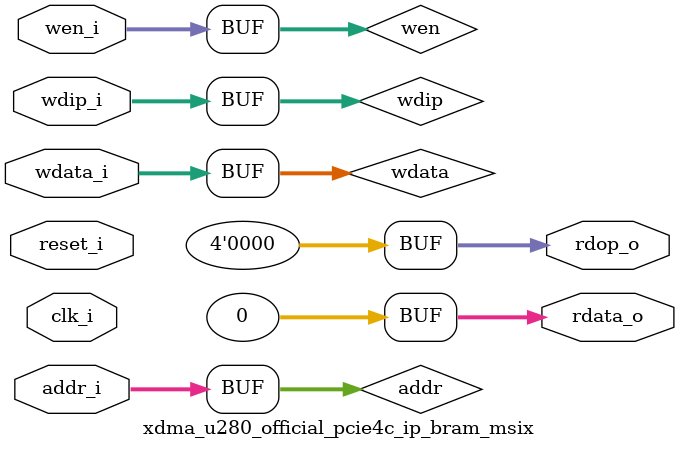
<source format=v>
`timescale 1ps/1ps

(* DowngradeIPIdentifiedWarnings = "yes" *)
module xdma_u280_official_pcie4c_ip_bram_msix #(

  parameter           TCQ = 100
, parameter           TO_RAM_PIPELINE="FALSE"
, parameter           FROM_RAM_PIPELINE="FALSE"
, parameter           MSIX_CAP_TABLE_SIZE=11'h0
, parameter           MSIX_TABLE_RAM_ENABLE="FALSE"

  ) (

  input  wire         clk_i,
  input  wire         reset_i,

  input  wire  [12:0] addr_i,
  input  wire  [31:0] wdata_i,
  input  wire   [3:0] wdip_i,
  input  wire   [3:0] wen_i,
  output wire  [31:0] rdata_o,
  output wire   [3:0] rdop_o

  );

  // WIP : Use Total number of functions (PFs + VFs) to calculate the NUM_BRAM_4K
  localparam integer NUM_BRAM_4K = (MSIX_TABLE_RAM_ENABLE == "TRUE") ? 8 : 0 ;
 

  reg          [12:0] addr;
  reg          [12:0] addr_p0;
  reg          [12:0] addr_p1;
  reg          [31:0] wdata;
  reg           [3:0] wdip;
  reg           [3:0] wen;
  reg          [31:0] reg_rdata;
  reg           [3:0] reg_rdop;
  wire         [31:0] rdata;
  wire          [3:0] rdop;
  genvar              i;
  wire    [(8*4)-1:0] bram_4k_wen;
  wire   [(8*32)-1:0] rdata_t;
  wire    [(8*4)-1:0] rdop_t;

  //
  // Optional input pipe stages
  //
  generate

    if (TO_RAM_PIPELINE == "TRUE") begin : TORAMPIPELINE

      always @(posedge clk_i) begin
     
        if (reset_i) begin

          addr <= #(TCQ) 13'b0;
          wdata <= #(TCQ) 32'b0;
          wdip <= #(TCQ) 4'b0;
          wen <= #(TCQ) 4'b0;

        end else begin

          addr <= #(TCQ) addr_i;
          wdata <= #(TCQ) wdata_i;
          wdip <= #(TCQ) wdip_i;
          wen <= #(TCQ) wen_i;

        end

      end

    end else begin : NOTORAMPIPELINE

      always @(*) begin

          addr = addr_i;
          wdata = wdata_i;
          wdip = wdip_i;
          wen = wen_i;

      end


    end

  endgenerate

  // 
  // Address pipeline
  //
  always @(posedge clk_i) begin
     
    if (reset_i) begin

      addr_p0 <= #(TCQ) 13'b0;
      addr_p1 <= #(TCQ) 13'b0;

    end else begin

      addr_p0 <= #(TCQ) addr;
      addr_p1 <= #(TCQ) addr_p0;

    end

  end

  //
  // Optional output pipe stages
  //
  generate

    if (FROM_RAM_PIPELINE == "TRUE") begin : FRMRAMPIPELINE


      always @(posedge clk_i) begin
     
        if (reset_i) begin

          reg_rdata <= #(TCQ) 32'b0;
          reg_rdop <= #(TCQ) 4'b0;

        end else begin

          case (addr_p1[12:10]) 
            3'b000 : begin
              reg_rdata <= #(TCQ) rdata_t[(32*(0))+31:(32*(0))+0];
              reg_rdop <= #(TCQ) rdop_t[(4*(0))+3:(4*(0))+0];
            end
            3'b001 : begin
              reg_rdata <= #(TCQ) rdata_t[(32*(1))+31:(32*(1))+0];
              reg_rdop <= #(TCQ) rdop_t[(4*(1))+3:(4*(1))+0];
            end
            3'b010 : begin
              reg_rdata <= #(TCQ) rdata_t[(32*(2))+31:(32*(2))+0];
              reg_rdop <= #(TCQ) rdop_t[(4*(2))+3:(4*(2))+0];
            end
            3'b011 : begin
              reg_rdata <= #(TCQ) rdata_t[(32*(3))+31:(32*(3))+0];
              reg_rdop <= #(TCQ) rdop_t[(4*(3))+3:(4*(3))+0];
            end
            3'b100 : begin
              reg_rdata <= #(TCQ) rdata_t[(32*(4))+31:(32*(4))+0];
              reg_rdop <= #(TCQ) rdop_t[(4*(4))+3:(4*(4))+0];
            end
            3'b101 : begin
              reg_rdata <= #(TCQ) rdata_t[(32*(5))+31:(32*(5))+0];
              reg_rdop <= #(TCQ) rdop_t[(4*(5))+3:(4*(5))+0];
            end
            3'b110 : begin
              reg_rdata <= #(TCQ) rdata_t[(32*(6))+31:(32*(6))+0];
              reg_rdop <= #(TCQ) rdop_t[(4*(6))+3:(4*(6))+0];
            end
            3'b111 : begin
              reg_rdata <= #(TCQ) rdata_t[(32*(7))+31:(32*(7))+0];
              reg_rdop <= #(TCQ) rdop_t[(4*(7))+3:(4*(7))+0];
            end
          endcase

        end

      end

    end else begin : NOFRMRAMPIPELINE

      always @(*) begin

          case (addr_p1[12:10]) 
            3'b000 : begin
              reg_rdata <= #(TCQ) rdata_t[(32*(0))+31:(32*(0))+0];
              reg_rdop <= #(TCQ) rdop_t[(4*(0))+3:(4*(0))+0];
            end
            3'b001 : begin
              reg_rdata <= #(TCQ) rdata_t[(32*(1))+31:(32*(1))+0];
              reg_rdop <= #(TCQ) rdop_t[(4*(1))+3:(4*(1))+0];
            end
            3'b010 : begin
              reg_rdata <= #(TCQ) rdata_t[(32*(2))+31:(32*(2))+0];
              reg_rdop <= #(TCQ) rdop_t[(4*(2))+3:(4*(2))+0];
            end
            3'b011 : begin
              reg_rdata <= #(TCQ) rdata_t[(32*(3))+31:(32*(3))+0];
              reg_rdop <= #(TCQ) rdop_t[(4*(3))+3:(4*(3))+0];
            end
            3'b100 : begin
              reg_rdata <= #(TCQ) rdata_t[(32*(4))+31:(32*(4))+0];
              reg_rdop <= #(TCQ) rdop_t[(4*(4))+3:(4*(4))+0];
            end
            3'b101 : begin
              reg_rdata <= #(TCQ) rdata_t[(32*(5))+31:(32*(5))+0];
              reg_rdop <= #(TCQ) rdop_t[(4*(5))+3:(4*(5))+0];
            end
            3'b110 : begin
              reg_rdata <= #(TCQ) rdata_t[(32*(6))+31:(32*(6))+0];
              reg_rdop <= #(TCQ) rdop_t[(4*(6))+3:(4*(6))+0];
            end
            3'b111 : begin
              reg_rdata <= #(TCQ) rdata_t[(32*(7))+31:(32*(7))+0];
              reg_rdop <= #(TCQ) rdop_t[(4*(7))+3:(4*(7))+0];
            end
          endcase

      end

    end
  
  endgenerate

  assign rdata_o = (MSIX_TABLE_RAM_ENABLE == "TRUE") ?  reg_rdata : 32'h0;
  assign rdop_o = (MSIX_TABLE_RAM_ENABLE == "TRUE") ? reg_rdop : 4'h0;

  generate 
  
    for (i=0; i<NUM_BRAM_4K; i=i+1) begin : BRAM4K

      xdma_u280_official_pcie4c_ip_bram_4k_int #(
          .TCQ(TCQ)
        )
        bram_4k_int (
    
          .clk_i (clk_i),
          .reset_i (reset_i),
    
          .addr_i(addr[9:0]),
          .wdata_i(wdata),
          .wdip_i(wdip),
          .wen_i(bram_4k_wen[(4*(i))+3:(4*(i))+0]),
          .rdata_o(rdata_t[(32*i)+31:(32*i)+0]),
          .rdop_o(rdop_t[(4*i)+3:(4*i)+0]),
          .baddr_i(10'b0),
          .brdata_o()

      );
      assign bram_4k_wen[(4*(i))+3:(4*(i))+0] = wen & {4{(i == addr[12:10])}};  
      
    end

  endgenerate

endmodule

</source>
